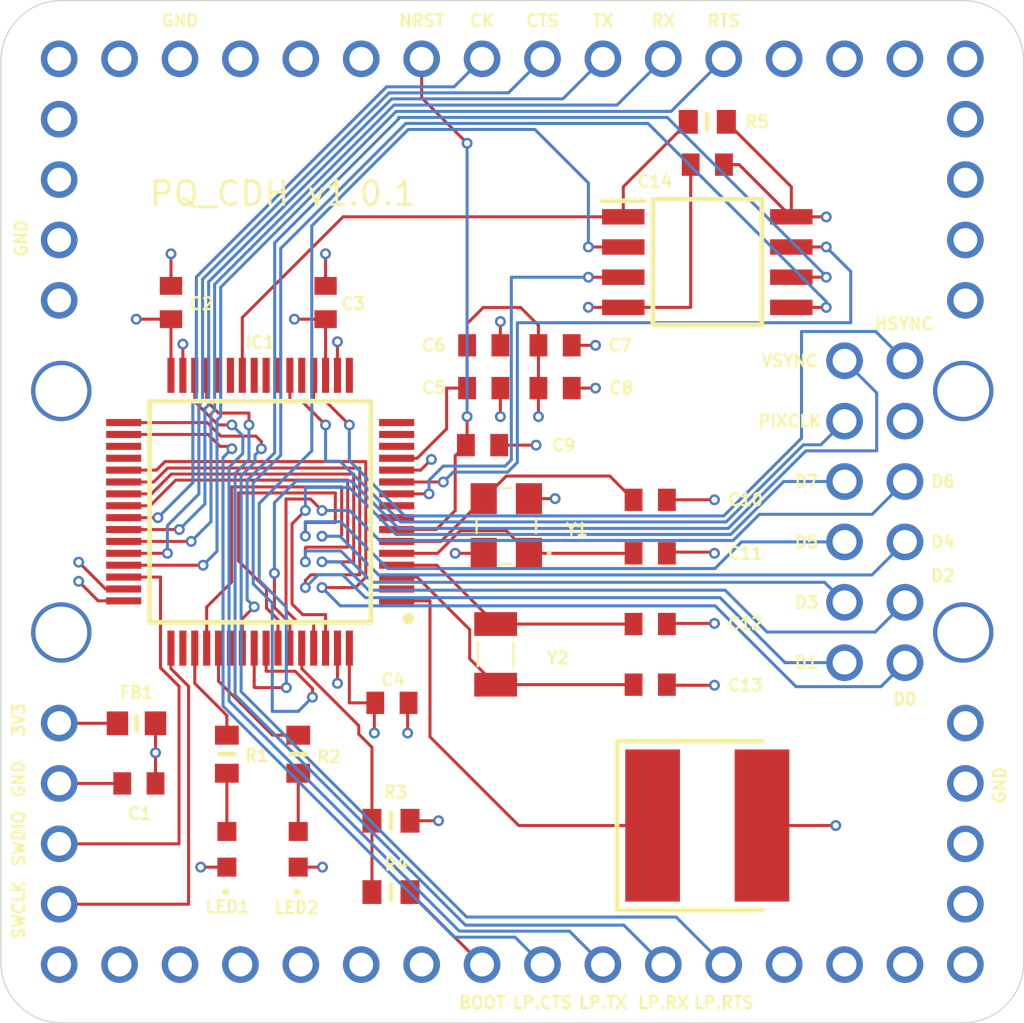
<source format=kicad_pcb>
(kicad_pcb (version 20211014) (generator pcbnew)
  (title_block (title "PQ CDH PCB Design") (rev "V1.0.1") (company "Carnegie Mellon University -- Alok Anand") (comment 1 "Pocketqube Command and Data Handling Board"))
  (layers (0 "F.Cu" signal) (1 "In1.Cu" power) (2 "In2.Cu" power) (31 "B.Cu" signal) (34 "B.Paste" user) (35 "F.Paste" user) (36 "B.SilkS" user "B.Silkscreen") (37 "F.SilkS" user "F.Silkscreen") (38 "B.Mask" user) (39 "F.Mask" user) (44 "Edge.Cuts" user))
  (net 0 "")
  (net 3 "GND")
  (net 5 "/SWCLK")
  (net 6 "/SWDIO")
  (net 7 "VDD")
  (net 11 "/USART1_RTS")
  (net 12 "/USART1_RX")
  (net 13 "/USART1_TX")
  (net 14 "/USART1_CTS")
  (net 15 "/USART1_CK")
  (net 16 "/NRST")
  (net 21 "/LPUART_RTS")
  (net 22 "/LPUART_RX")
  (net 23 "/LPUART_TX")
  (net 24 "/LPUART_CTS")
  (net 25 "/BOOT0")
  (net 33 "/SPI1_NSS")
  (net 34 "/SPI1_MISO")
  (net 35 "/IO1_WP")
  (net 36 "/SPI1_MOSI")
  (net 37 "/SPI1_SCK")
  (net 38 "/VDD_FILT")
  (net 39 "/LED1")
  (net 40 "/LED2")
  (net 41 "Net-(IC1-Pad60)")
  (net 42 "/VBAT")
  (net 44 "/IO2_HR")
  (net 47 "/DCMI_HSYNC")
  (net 49 "/DCMI_PIXCLK")
  (net 52 "Net-(LED1-Pad2)")
  (net 57 "/DCMI_D0")
  (net 58 "/DCMI_D1")
  (net 59 "/DCMI_D2")
  (net 60 "/DCMI_D3")
  (net 62 "/DCMI_D4")
  (net 64 "Net-(LED2-Pad2)")
  (net 65 "Net-(C13-Pad1)")
  (net 66 "Net-(C12-Pad1)")
  (net 67 "/DCMI_D5")
  (net 68 "/DCMI_VSYNC")
  (net 69 "/DCMI_D6")
  (net 70 "/DCMI_D7")
  (net 71 "Net-(C11-Pad1)")
  (net 72 "Net-(C10-Pad1)")
  (footprint "pq-cdh:TartanArtibeus_PinSocket_1x4" (layer "F.Cu") (at 135.95 120.7 180)
    (fp_text reference "J1" hide)
    (fp_text value "Conn_01x04")
  )
  (footprint "pq-cdh:RESC1608X55N" (layer "F.Cu") (at 163.2 91.6 180)
    (fp_text reference "R5")
    (fp_text value "MCT06030C1002FP500" hide)
  )
  (footprint "pq-cdh:TartanArtibeus_PinSocket_1x16" (layer "F.Cu") (at 155 88.95)
    (fp_text reference "J5" hide)
    (fp_text value "Conn_01x16")
  )
  (footprint "pq-cdh:CAPC1608X90N" (layer "F.Cu") (at 140.65 99.2 90)
    (fp_text reference "C2")
    (fp_text value "0603ZC104JAT2A" hide)
  )
  (footprint "pq-cdh:BEADC1608X95N" (layer "F.Cu") (at 139.2 116.9)
    (fp_text reference "FB1")
    (fp_text value "MMZ1608S601ATD25" hide)
  )
  (footprint "pq-cdh:TartanArtibeus_2021_MountingHoles" (layer "F.Cu") (at 155 108 180)
    (fp_text reference "J6" hide)
    (fp_text value "Conn_01x04")
  )
  (footprint "pq-cdh:CAPC1608X90N" (layer "F.Cu") (at 160.8 107.5)
    (fp_text reference "C10")
    (fp_text value "0603ZA220JAT2A" hide)
  )
  (footprint "pq-cdh:QFP50P1200X1200X160-64N" (layer "F.Cu") (at 144.4 108 180)
    (fp_text reference "IC1")
    (fp_text value "STM32L496RGT3" hide)
  )
  (footprint "pq-cdh:CAPC1608X90N" (layer "F.Cu") (at 160.8 109.75)
    (fp_text reference "C11")
    (fp_text value "0603ZA220JAT2A" hide)
  )
  (footprint "pq-cdh:PinSocket_6x2_TartanArtibeus" (layer "F.Cu") (at 170.24 108 180)
    (fp_text reference "J7" hide)
    (fp_text value "Conn_02x06_Odd_Even")
  )
  (footprint "pq-cdh:TartanArtibeus_PinSocket_1x4" (layer "F.Cu") (at 174.05 120.7 180)
    (fp_text reference "J8" hide)
    (fp_text value "Conn_01x04")
  )
  (footprint "pq-cdh:RESC1608X55N" (layer "F.Cu") (at 146 118.2 -90)
    (fp_text reference "R2")
    (fp_text value "MCT06030C1001FP500" hide)
  )
  (footprint "pq-cdh:CAPC1608X90N" (layer "F.Cu") (at 147.15 99.2 90)
    (fp_text reference "C3")
    (fp_text value "0603ZC104JAT2A" hide)
  )
  (footprint "pq-cdh:ABS07AIG32768kHz71T" (layer "F.Cu") (at 154.3 114 90)
    (fp_text reference "Y2")
    (fp_text value "ABS07AIG-32.768kHz-T" hide)
  )
  (footprint "pq-cdh:TartanArtibeus_PinSocket_1x4" (layer "F.Cu") (at 135.95 95.3 180)
    (fp_text reference "J4" hide)
    (fp_text value "Conn_01x04")
  )
  (footprint "pq-cdh:CAPC1608X90N" (layer "F.Cu") (at 160.8 112.725)
    (fp_text reference "C12")
    (fp_text value "0603ZA220JAT2A" hide)
  )
  (footprint "pq-cdh:TartanArtibeus_PinSocket_1x16" (layer "F.Cu") (at 155 127.05)
    (fp_text reference "J2" hide)
    (fp_text value "Conn_01x16")
  )
  (footprint "pq-cdh:LGQ396PS35" (layer "F.Cu") (at 143 122.2 90)
    (fp_text reference "LED1")
    (fp_text value "LG_Q396-PS-35" hide)
  )
  (footprint "pq-cdh:RESC1608X55N" (layer "F.Cu") (at 149.9 121)
    (fp_text reference "R3")
    (fp_text value "MCT06030C1002FP500" hide)
  )
  (footprint "pq-cdh:CAPC1608X50N" (layer "F.Cu") (at 156.8 102.8)
    (fp_text reference "C8")
    (fp_text value "GRM1857U1A103JA44D" hide)
  )
  (footprint "pq-cdh:CAPC1608X90N" (layer "F.Cu") (at 153.8 102.8)
    (fp_text reference "C5")
    (fp_text value "0603ZA220JAT2A" hide)
  )
  (footprint "pq-cdh:SOIC127P790X216-8N" (layer "F.Cu") (at 163.2 97.5)
    (fp_text reference "IC2")
    (fp_text value "IS25LP128F-JBLA3" hide)
  )
  (footprint "pq-cdh:ABM8AIG25000MHZ122ZT3" (layer "F.Cu") (at 154.75 108.6 90)
    (fp_text reference "Y1")
    (fp_text value "ABM8AIG-16.000MHZ-12-2Z-T" hide)
  )
  (footprint "pq-cdh:CAPC1608X90N" (layer "F.Cu") (at 156.8 101)
    (fp_text reference "C7")
    (fp_text value "0603ZA220JAT2A" hide)
  )
  (footprint "pq-cdh:CAPC1608X90N" (layer "F.Cu") (at 139.3 119.43 180)
    (fp_text reference "C1")
    (fp_text value "GRM188C71A475KE21D" hide)
  )
  (footprint "pq-cdh:CAPC1608X90N" (layer "F.Cu") (at 153.8 101)
    (fp_text reference "C6")
    (fp_text value "0603ZA220JAT2A" hide)
  )
  (footprint "pq-cdh:TartanArtibeus_PinSocket_1x4" (layer "F.Cu") (at 174.05 95.3)
    (fp_text reference "J3" hide)
    (fp_text value "Conn_01x04")
  )
  (footprint "pq-cdh:RESC1608X55N" (layer "F.Cu") (at 143 118.2 -90)
    (fp_text reference "R1")
    (fp_text value "MCT06030C1001FP500" hide)
  )
  (footprint "pq-cdh:RESC1608X55N" (layer "F.Cu") (at 149.9 124 180)
    (fp_text reference "R4")
    (fp_text value "MCT06030C1001FP500" hide)
  )
  (footprint "pq-cdh:CAPC1608X90N" (layer "F.Cu") (at 160.8 115.275)
    (fp_text reference "C13")
    (fp_text value "0603ZA220JAT2A" hide)
  )
  (footprint "pq-cdh:CAPC1608X90N" (layer "F.Cu") (at 149.94 116.04)
    (fp_text reference "C4")
    (fp_text value "0603ZC104JAT2A" hide)
  )
  (footprint "pq-cdh:CAPC1608X90N" (layer "F.Cu") (at 153.75 105.2)
    (fp_text reference "C9")
    (fp_text value "0603ZA220JAT2A" hide)
  )
  (footprint "pq-cdh:LGQ396PS35" (layer "F.Cu") (at 146 122.2 90)
    (fp_text reference "LED2")
    (fp_text value "LG_Q396-PS-35" hide)
  )
  (footprint "pq-cdh:CAPC1608X90N" (layer "F.Cu") (at 163.2 93.4 180)
    (fp_text reference "C14")
    (fp_text value "0603ZA220JAT2A" hide)
  )
  (footprint "pq-cdh:CAPPC5660X400N" (layer "F.Cu") (at 163.2 121.2)
    (fp_text reference "C15")
    (fp_text value "597D158X9004R2T" hide)
  )
  (gr_line (start 136.04 129.5) (end 173.96 129.5) (layer "Edge.Cuts") (width 0.05))
  (gr_line (start 136.04 86.5) (end 173.96 86.5) (layer "Edge.Cuts") (width 0.05))
  (gr_arc (start 136.04 129.5) (mid 134.243949 128.756051) (end 133.5 126.96) (layer "Edge.Cuts") (width 0.05))
  (gr_arc (start 133.5 89.04) (mid 134.243949 87.243949) (end 136.04 86.5) (layer "Edge.Cuts") (width 0.05))
  (gr_arc (start 176.5 126.96) (mid 175.756051 128.756051) (end 173.96 129.5) (layer "Edge.Cuts") (width 0.05))
  (gr_arc (start 173.96 86.5) (mid 175.756051 87.243949) (end 176.5 89.04) (layer "Edge.Cuts") (width 0.05))
  (gr_line (start 176.5 89.04) (end 176.5 126.96) (layer "Edge.Cuts") (width 0.05))
  (gr_line (start 133.5 126.96) (end 133.5 89.04) (layer "Edge.Cuts") (width 0.05))
  (gr_text "BOOT" (at 153.73 128.65) (layer "F.SilkS") (effects (font (size 0.5 0.5) (thickness 0.1))))
  (gr_text "PIXCLK" (at 166.67 104.19) (layer "F.SilkS") (effects (font (size 0.5 0.5) (thickness 0.1))))
  (gr_text "GND" (at 141.03 87.35) (layer "F.SilkS") (effects (font (size 0.5 0.5) (thickness 0.1))))
  (gr_text "LED1" (at 143.03 124.62) (layer "F.SilkS") (effects (font (size 0.5 0.5) (thickness 0.1))))
  (gr_text "D0" (at 171.5 115.89) (layer "F.SilkS") (effects (font (size 0.5 0.5) (thickness 0.1173))))
  (gr_text "D1" (at 167.37 114.35) (layer "F.SilkS") (effects (font (size 0.5 0.5) (thickness 0.1))))
  (gr_text "3V3" (at 134.25 116.75 90) (layer "F.SilkS") (effects (font (size 0.5 0.5) (thickness 0.1))))
  (gr_text "Y2" (at 156.91 114.15) (layer "F.SilkS") (effects (font (size 0.5 0.5) (thickness 0.1))))
  (gr_text "R5" (at 165.3 91.6) (layer "F.SilkS") (effects (font (size 0.5 0.5) (thickness 0.1))))
  (gr_text "LP.TX" (at 158.81 128.65) (layer "F.SilkS") (effects (font (size 0.5 0.5) (thickness 0.1))))
  (gr_text "GND" (at 134.25 119.25 90) (layer "F.SilkS") (effects (font (size 0.5 0.5) (thickness 0.1))))
  (gr_text "RTS" (at 163.89 87.35) (layer "F.SilkS") (effects (font (size 0.5 0.5) (thickness 0.1))))
  (gr_text "LP.RX" (at 161.35 128.65) (layer "F.SilkS") (effects (font (size 0.5 0.5) (thickness 0.1))))
  (gr_text "FB1" (at 139.2 115.6) (layer "F.SilkS") (effects (font (size 0.5 0.5) (thickness 0.1))))
  (gr_text "C1" (at 139.34 120.7) (layer "F.SilkS") (effects (font (size 0.5 0.5) (thickness 0.1))))
  (gr_text "C6" (at 151.7 101) (layer "F.SilkS") (effects (font (size 0.5 0.5) (thickness 0.1))))
  (gr_text "LP.CTS" (at 156.27 128.65) (layer "F.SilkS") (effects (font (size 0.5 0.5) (thickness 0.1))))
  (gr_text "R2" (at 147.29 118.31) (layer "F.SilkS") (effects (font (size 0.5 0.5) (thickness 0.1))))
  (gr_text "LP.RTS" (at 163.89 128.65) (layer "F.SilkS") (effects (font (size 0.5 0.5) (thickness 0.1))))
  (gr_text "R4\n" (at 150.12 122.84) (layer "F.SilkS") (effects (font (size 0.5 0.5) (thickness 0.1))))
  (gr_text "R1" (at 144.25 118.26) (layer "F.SilkS") (effects (font (size 0.5 0.5) (thickness 0.1))))
  (gr_text "C5" (at 151.7 102.79) (layer "F.SilkS") (effects (font (size 0.5 0.5) (thickness 0.1))))
  (gr_text "D4" (at 173.11 109.27) (layer "F.SilkS") (effects (font (size 0.5 0.5) (thickness 0.1))))
  (gr_text "D7" (at 167.37 106.73) (layer "F.SilkS") (effects (font (size 0.5 0.5) (thickness 0.1))))
  (gr_text "IC1" (at 144.4 100.87) (layer "F.SilkS") (effects (font (size 0.5 0.5) (thickness 0.1))))
  (gr_text "PQ_CDH v1.0.1" (at 145.36 94.62) (layer "F.SilkS") (effects (font (size 1 1))))
  (gr_text "HSYNC" (at 171.47 100.1) (layer "F.SilkS") (effects (font (size 0.5 0.5) (thickness 0.1))))
  (gr_text "CK" (at 153.73 87.35) (layer "F.SilkS") (effects (font (size 0.5 0.5) (thickness 0.1))))
  (gr_text "D5" (at 167.37 109.27) (layer "F.SilkS") (effects (font (size 0.5 0.5) (thickness 0.1))))
  (gr_text "C3" (at 148.31 99.25) (layer "F.SilkS") (effects (font (size 0.5 0.5) (thickness 0.1))))
  (gr_text "NRST" (at 151.19 87.35) (layer "F.SilkS") (effects (font (size 0.5 0.5) (thickness 0.1))))
  (gr_text "C13" (at 164.8 115.3) (layer "F.SilkS") (effects (font (size 0.5 0.5) (thickness 0.1))))
  (gr_text "C11" (at 164.8 109.75) (layer "F.SilkS") (effects (font (size 0.5 0.5) (thickness 0.1))))
  (gr_text "D2\n\n" (at 173.1 111.1) (layer "F.SilkS") (effects (font (size 0.5 0.5) (thickness 0.1))))
  (gr_text "CTS" (at 156.27 87.35) (layer "F.SilkS") (effects (font (size 0.5 0.5) (thickness 0.1))))
  (gr_text "TX" (at 158.81 87.35) (layer "F.SilkS") (effects (font (size 0.5 0.5) (thickness 0.1))))
  (gr_text "SWDIO" (at 134.25 121.75 90) (layer "F.SilkS") (effects (font (size 0.5 0.5) (thickness 0.1))))
  (gr_text "SWCLK" (at 134.25 124.75 90) (layer "F.SilkS") (effects (font (size 0.5 0.5) (thickness 0.1))))
  (gr_text "D6" (at 173.11 106.73) (layer "F.SilkS") (effects (font (size 0.5 0.5) (thickness 0.1))))
  (gr_text "C7" (at 159.54 101) (layer "F.SilkS") (effects (font (size 0.5 0.5) (thickness 0.1))))
  (gr_text "GND" (at 175.5 119.5 90) (layer "F.SilkS") (effects (font (size 0.5 0.5) (thickness 0.1))))
  (gr_text "GND" (at 134.35 96.5 90) (layer "F.SilkS") (effects (font (size 0.5 0.5) (thickness 0.1))))
  (gr_text "C8" (at 159.58 102.8) (layer "F.SilkS") (effects (font (size 0.5 0.5) (thickness 0.1))))
  (gr_text "R3" (at 150.09 119.8) (layer "F.SilkS") (effects (font (size 0.5 0.5) (thickness 0.1))))
  (gr_text "C2" (at 141.94 99.25) (layer "F.SilkS") (effects (font (size 0.5 0.5) (thickness 0.1))))
  (gr_text "C10" (at 164.81 107.5) (layer "F.SilkS") (effects (font (size 0.5 0.5) (thickness 0.1))))
  (gr_text "LED2" (at 145.93 124.66) (layer "F.SilkS") (effects (font (size 0.5 0.5) (thickness 0.1))))
  (gr_text "D3" (at 167.37 111.81) (layer "F.SilkS") (effects (font (size 0.5 0.5) (thickness 0.1))))
  (gr_text "C14" (at 161 94.1) (layer "F.SilkS") (effects (font (size 0.5 0.5) (thickness 0.1))))
  (gr_text "C4" (at 149.99 115.08) (layer "F.SilkS") (effects (font (size 0.5 0.5) (thickness 0.1))))
  (gr_text "VSYNC" (at 166.67 101.65) (layer "F.SilkS") (effects (font (size 0.5 0.5) (thickness 0.1))))
  (gr_text "Y1" (at 157.72 108.75) (layer "F.SilkS") (effects (font (size 0.5 0.5) (thickness 0.1))))
  (gr_text "C12" (at 164.8 112.7) (layer "F.SilkS") (effects (font (size 0.5 0.5) (thickness 0.1))))
  (gr_text "RX" (at 161.35 87.35) (layer "F.SilkS") (effects (font (size 0.5 0.5) (thickness 0.1))))
  (gr_text "C9" (at 157.16 105.2) (layer "F.SilkS") (effects (font (size 0.5 0.5) (thickness 0.1))))
  (segment (start 161.5 109.7) (end 163.5 109.7) (width 0.127) (layer "F.Cu") (net 3))
  (segment (start 147.65 113.738) (end 147.65 115.22) (width 0.127) (layer "F.Cu") (net 3))
  (segment (start 158.205 99.405) (end 159.668 99.405) (width 0.127) (layer "F.Cu") (net 3))
  (segment (start 141.9 122.95) (end 143 122.95) (width 0.127) (layer "F.Cu") (net 3))
  (segment (start 151.15 106.25) (end 151.6 105.8) (width 0.127) (layer "F.Cu") (net 3))
  (segment (start 162.495 99.405) (end 159.668 99.405) (width 0.127) (layer "F.Cu") (net 3))
  (segment (start 150.7 121) (end 151.9 121) (width 0.127) (layer "F.Cu") (net 3))
  (segment (start 161.5 112.7) (end 163.5 112.7) (width 0.127) (layer "F.Cu") (net 3))
  (segment (start 161.5 107.5) (end 163.5 107.5) (width 0.127) (layer "F.Cu") (net 3))
  (segment (start 162.5 99.4) (end 162.495 99.405) (width 0.127) (layer "F.Cu") (net 3))
  (segment (start 141.15 100.95) (end 141.15 102.262) (width 0.127) (layer "F.Cu") (net 3))
  (segment (start 138.6 119.43) (end 135.95 119.43) (width 0.127) (layer "F.Cu") (net 3))
  (segment (start 162.5 93.4) (end 162.5 99.4) (width 0.127) (layer "F.Cu") (net 3))
  (segment (start 165.5 121.2) (end 168.6 121.2) (width 0.127) (layer "F.Cu") (net 3))
  (segment (start 146 122.95) (end 147.02 122.95) (width 0.127) (layer "F.Cu") (net 3))
  (segment (start 138.662 111.25) (end 137.9 111.25) (width 0.127) (layer "F.Cu") (net 3))
  (segment (start 154.5 101) (end 154.5 100) (width 0.127) (layer "F.Cu") (net 3))
  (segment (start 154.45 105.2) (end 156 105.2) (width 0.127) (layer "F.Cu") (net 3))
  (segment (start 140.65 97.15) (end 140.65 98.5) (width 0.127) (layer "F.Cu") (net 3))
  (segment (start 161.5 115.3) (end 163.5 115.3) (width 0.127) (layer "F.Cu") (net 3))
  (segment (start 155.7 107.45) (end 156.8 107.45) (width 0.127) (layer "F.Cu") (net 3))
  (segment (start 147.65 100.85) (end 147.65 102.262) (width 0.127) (layer "F.Cu") (net 3))
  (segment (start 153.8 109.75) (end 152.6 109.75) (width 0.127) (layer "F.Cu") (net 3))
  (segment (start 150.64 116.04) (end 150.6 116.08) (width 0.127) (layer "F.Cu") (net 3))
  (segment (start 158.5 102.8) (end 157.5 102.8) (width 0.127) (layer "F.Cu") (net 3))
  (segment (start 137.9 111.25) (end 136.77 110.12) (width 0.127) (layer "F.Cu") (net 3))
  (segment (start 150.138 106.25) (end 151.15 106.25) (width 0.127) (layer "F.Cu") (net 3))
  (segment (start 154.5 102.8) (end 154.5 104) (width 0.127) (layer "F.Cu") (net 3))
  (segment (start 150.6 116.08) (end 150.6 117.31) (width 0.127) (layer "F.Cu") (net 3))
  (segment (start 157.5 101) (end 158.5 101) (width 0.127) (layer "F.Cu") (net 3))
  (segment (start 147.15 98.5) (end 147.15 97.15) (width 0.127) (layer "F.Cu") (net 3))
  (segment (start 158.2 99.4) (end 158.205 99.405) (width 0.127) (layer "F.Cu") (net 3))
  (via (at 158.2 99.4) (size 0.4572) (drill 0.254) (layers "F.Cu" "B.Cu") (net 3))
  (via (at 158.5 102.8) (size 0.4572) (drill 0.254) (layers "F.Cu" "B.Cu") (net 3))
  (via (at 147.65 100.85) (size 0.4572) (drill 0.254) (layers "F.Cu" "B.Cu") (net 3))
  (via (at 151.6 105.8) (size 0.4572) (drill 0.254) (layers "F.Cu" "B.Cu") (net 3))
  (via (at 147.15 97.15) (size 0.4572) (drill 0.254) (layers "F.Cu" "B.Cu") (net 3))
  (via (at 136.77 110.12) (size 0.4572) (drill 0.254) (layers "F.Cu" "B.Cu") (net 3))
  (via (at 154.5 104) (size 0.4572) (drill 0.254) (layers "F.Cu" "B.Cu") (net 3))
  (via (at 163.5 115.3) (size 0.4572) (drill 0.254) (layers "F.Cu" "B.Cu") (net 3))
  (via (at 152.6 109.75) (size 0.4572) (drill 0.254) (layers "F.Cu" "B.Cu") (net 3))
  (via (at 168.6 121.2) (size 0.4572) (drill 0.254) (layers "F.Cu" "B.Cu") (net 3))
  (via (at 156.8 107.45) (size 0.4572) (drill 0.254) (layers "F.Cu" "B.Cu") (net 3))
  (via (at 163.5 107.5) (size 0.4572) (drill 0.254) (layers "F.Cu" "B.Cu") (net 3))
  (via (at 141.15 100.95) (size 0.4572) (drill 0.254) (layers "F.Cu" "B.Cu") (net 3))
  (via (at 147.65 115.22) (size 0.4572) (drill 0.254) (layers "F.Cu" "B.Cu") (net 3))
  (via (at 163.5 109.75) (size 0.4572) (drill 0.254) (layers "F.Cu" "B.Cu") (net 3))
  (via (at 156 105.2) (size 0.4572) (drill 0.254) (layers "F.Cu" "B.Cu") (net 3))
  (via (at 147.02 122.95) (size 0.4572) (drill 0.254) (layers "F.Cu" "B.Cu") (net 3))
  (via (at 158.5 101) (size 0.4572) (drill 0.254) (layers "F.Cu" "B.Cu") (net 3))
  (via (at 151.9 121) (size 0.4572) (drill 0.254) (layers "F.Cu" "B.Cu") (net 3))
  (via (at 150.6 117.31) (size 0.4572) (drill 0.254) (layers "F.Cu" "B.Cu") (net 3))
  (via (at 141.9 122.95) (size 0.4572) (drill 0.254) (layers "F.Cu" "B.Cu") (net 3))
  (via (at 154.5 100) (size 0.4572) (drill 0.254) (layers "F.Cu" "B.Cu") (net 3))
  (via (at 163.5 112.7) (size 0.4572) (drill 0.254) (layers "F.Cu" "B.Cu") (net 3))
  (via (at 140.65 97.15) (size 0.4572) (drill 0.254) (layers "F.Cu" "B.Cu") (net 3))
  (segment (start 141.39 115.3425) (end 141.39 124.51) (width 0.127) (layer "F.Cu") (net 5))
  (segment (start 141.39 124.51) (end 135.95 124.51) (width 0.127) (layer "F.Cu") (net 5))
  (segment (start 140.65 113.738) (end 140.65 114.6025) (width 0.127) (layer "F.Cu") (net 5))
  (segment (start 140.65 114.6025) (end 141.39 115.3425) (width 0.127) (layer "F.Cu") (net 5))
  (segment (start 140.21 114.565522) (end 140.21 110.75) (width 0.127) (layer "F.Cu") (net 6))
  (segment (start 140.21 110.75) (end 138.662 110.75) (width 0.127) (layer "F.Cu") (net 6))
  (segment (start 135.95 121.97) (end 140.99 121.97) (width 0.127) (layer "F.Cu") (net 6))
  (segment (start 140.99 115.345522) (end 140.21 114.565522) (width 0.127) (layer "F.Cu") (net 6))
  (segment (start 140.99 121.97) (end 140.99 115.345522) (width 0.127) (layer "F.Cu") (net 6))
  (segment (start 135.96 116.9) (end 135.95 116.89) (width 0.127) (layer "F.Cu") (net 7))
  (segment (start 138.4 116.9) (end 135.96 116.9) (width 0.127) (layer "F.Cu") (net 7))
  (segment (start 138.662 110.25) (end 142 110.25) (width 0.127) (layer "F.Cu") (net 11))
  (via (at 142 110.25) (size 0.4572) (drill 0.254) (layers "F.Cu" "B.Cu") (net 11))
  (segment (start 163.89 88.95) (end 161.68 91.16) (width 0.127) (layer "B.Cu") (net 11))
  (segment (start 149.639605 91.639605) (end 150.11921 91.16) (width 0.127) (layer "B.Cu") (net 11))
  (segment (start 142.739772 103.990228) (end 142.585141 104.144859) (width 0.127) (layer "B.Cu") (net 11))
  (segment (start 149.639605 91.639605) (end 142.739772 98.559772) (width 0.127) (layer "B.Cu") (net 11))
  (segment (start 142.585141 109.664859) (end 142 110.25) (width 0.127) (layer "B.Cu") (net 11))
  (segment (start 150.11921 91.16) (end 161.68 91.16) (width 0.127) (layer "B.Cu") (net 11))
  (segment (start 142.739772 98.559772) (end 142.739772 103.990228) (width 0.127) (layer "B.Cu") (net 11))
  (segment (start 142.585141 104.144859) (end 142.585141 109.664859) (width 0.127) (layer "B.Cu") (net 11))
  (segment (start 138.662 109.25) (end 141.5 109.25) (width 0.127) (layer "F.Cu") (net 12))
  (via (at 141.5 109.25) (size 0.4572) (drill 0.254) (layers "F.Cu" "B.Cu") (net 12))
  (segment (start 142.331621 103.884631) (end 142.486199 103.730053) (width 0.127) (layer "B.Cu") (net 12))
  (segment (start 141.5 109.25) (end 142.331621 108.418379) (width 0.127) (layer "B.Cu") (net 12))
  (segment (start 161.35 88.95) (end 159.405 90.895) (width 0.127) (layer "B.Cu") (net 12))
  (segment (start 142.331621 108.418379) (end 142.331621 103.884631) (width 0.127) (layer "B.Cu") (net 12))
  (segment (start 149.593616 91.326889) (end 150.025505 90.895) (width 0.127) (layer "B.Cu") (net 12))
  (segment (start 150.025505 90.895) (end 159.405 90.895) (width 0.127) (layer "B.Cu") (net 12))
  (segment (start 142.486199 103.730053) (end 142.486199 98.434307) (width 0.127) (layer "B.Cu") (net 12))
  (segment (start 142.486199 98.434307) (end 149.593616 91.32689) (width 0.127) (layer "B.Cu") (net 12))
  (segment (start 138.662 108.75) (end 141 108.75) (width 0.127) (layer "F.Cu") (net 13))
  (via (at 141 108.75) (size 0.4572) (drill 0.254) (layers "F.Cu" "B.Cu") (net 13))
  (segment (start 142.077121 104.857121) (end 142.077121 107.672879) (width 0.127) (layer "B.Cu") (net 13))
  (segment (start 142.076631 103.666048) (end 142.076631 104.856631) (width 0.127) (layer "B.Cu") (net 13))
  (segment (start 157.126543 90.633457) (end 149.927825 90.633457) (width 0.127) (layer "B.Cu") (net 13))
  (segment (start 142.410641 98.150641) (end 142.232679 98.328603) (width 0.127) (layer "B.Cu") (net 13))
  (segment (start 158.81 88.95) (end 157.126543 90.633457) (width 0.127) (layer "B.Cu") (net 13))
  (segment (start 142.076631 104.856631) (end 142.077121 104.857121) (width 0.127) (layer "B.Cu") (net 13))
  (segment (start 142.232679 103.51) (end 142.076631 103.666048) (width 0.127) (layer "B.Cu") (net 13))
  (segment (start 142.077121 107.672879) (end 141 108.75) (width 0.127) (layer "B.Cu") (net 13))
  (segment (start 142.232679 98.328603) (end 142.232679 103.51) (width 0.127) (layer "B.Cu") (net 13))
  (segment (start 149.927825 90.633457) (end 142.410641 98.150641) (width 0.127) (layer "B.Cu") (net 13))
  (segment (start 138.662 109.75) (end 140.5 109.75) (width 0.127) (layer "F.Cu") (net 14))
  (via (at 140.5 109.75) (size 0.4572) (drill 0.254) (layers "F.Cu" "B.Cu") (net 14))
  (segment (start 141.823111 107.256889) (end 140.5 108.58) (width 0.127) (layer "B.Cu") (net 14))
  (segment (start 141.979159 98.222899) (end 141.979159 103.37) (width 0.127) (layer "B.Cu") (net 14))
  (segment (start 149.383187 90.818871) (end 141.979159 98.222899) (width 0.127) (layer "B.Cu") (net 14))
  (segment (start 154.840063 90.379937) (end 149.822813 90.379937) (width 0.127) (layer "B.Cu") (net 14))
  (segment (start 141.83227 103.516889) (end 141.823111 103.516889) (width 0.127) (layer "B.Cu") (net 14))
  (segment (start 141.823111 103.516889) (end 141.823111 107.256889) (width 0.127) (layer "B.Cu") (net 14))
  (segment (start 155.09 90.13) (end 154.840063 90.379937) (width 0.127) (layer "B.Cu") (net 14))
  (segment (start 156.27 88.95) (end 155.09 90.13) (width 0.127) (layer "B.Cu") (net 14))
  (segment (start 149.822813 90.379937) (end 149.234881 90.96787) (width 0.127) (layer "B.Cu") (net 14))
  (segment (start 140.5 108.58) (end 140.5 109.75) (width 0.127) (layer "B.Cu") (net 14))
  (segment (start 141.979159 103.37) (end 141.83227 103.516889) (width 0.127) (layer "B.Cu") (net 14))
  (segment (start 138.662 108.25) (end 140.1 108.25) (width 0.127) (layer "F.Cu") (net 15))
  (via (at 140.1 108.25) (size 0.4572) (drill 0.254) (layers "F.Cu" "B.Cu") (net 15))
  (segment (start 141.569101 106.780899) (end 140.1 108.25) (width 0.127) (layer "B.Cu") (net 15))
  (segment (start 152.553583 90.126417) (end 149.716417 90.126417) (width 0.127) (layer "B.Cu") (net 15))
  (segment (start 141.7181 103.263369) (end 141.569101 103.412368) (width 0.127) (layer "B.Cu") (net 15))
  (segment (start 141.7181 98.124734) (end 141.7181 103.263369) (width 0.127) (layer "B.Cu") (net 15))
  (segment (start 141.569101 103.412368) (end 141.569101 106.780899) (width 0.127) (layer "B.Cu") (net 15))
  (segment (start 153.73 88.95) (end 152.553583 90.126417) (width 0.127) (layer "B.Cu") (net 15))
  (segment (start 149.716417 90.126417) (end 141.756417 98.086417) (width 0.127) (layer "B.Cu") (net 15))
  (segment (start 153.1 105.15) (end 153.05 105.2) (width 0.127) (layer "F.Cu") (net 16))
  (segment (start 150.138 108.75) (end 151.8 108.75) (width 0.127) (layer "F.Cu") (net 16))
  (segment (start 151.19 90.59) (end 153.1 92.5) (width 0.127) (layer "F.Cu") (net 16))
  (segment (start 151.19 88.95) (end 151.19 90.59) (width 0.127) (layer "F.Cu") (net 16))
  (segment (start 152.6 105.65) (end 153.05 105.2) (width 0.127) (layer "F.Cu") (net 16))
  (segment (start 152.6 107.95) (end 152.6 105.65) (width 0.127) (layer "F.Cu") (net 16))
  (segment (start 151.8 108.75) (end 152.6 107.95) (width 0.127) (layer "F.Cu") (net 16))
  (segment (start 153.1 104) (end 153.1 105.15) (width 0.127) (layer "F.Cu") (net 16))
  (via (at 153.1 92.5) (size 0.4572) (drill 0.254) (layers "F.Cu" "B.Cu") (net 16))
  (via (at 153.1 104) (size 0.4572) (drill 0.254) (layers "F.Cu" "B.Cu") (net 16))
  (segment (start 153.1 92.5) (end 153.1 104) (width 0.127) (layer "B.Cu") (net 16))
  (segment (start 144.45 105.05) (end 144.22 104.82) (width 0.127) (layer "F.Cu") (net 21))
  (segment (start 142.171468 104.25) (end 138.662 104.25) (width 0.127) (layer "F.Cu") (net 21))
  (segment (start 142.741468 104.82) (end 142.171468 104.25) (width 0.127) (layer "F.Cu") (net 21))
  (segment (start 144.22 104.82) (end 142.741468 104.82) (width 0.127) (layer "F.Cu") (net 21))
  (segment (start 144.45 105.35) (end 144.45 105.05) (width 0.127) (layer "F.Cu") (net 21))
  (via (at 144.45 105.35) (size 0.4572) (drill 0.254) (layers "F.Cu" "B.Cu") (net 21))
  (segment (start 153.08 125.05) (end 143.599221 115.569221) (width 0.127) (layer "B.Cu") (net 21))
  (segment (start 144.18352 105.910713) (end 144.18352 105.61648) (width 0.127) (layer "B.Cu") (net 21))
  (segment (start 161.89 125.05) (end 153.08 125.05) (width 0.127) (layer "B.Cu") (net 21))
  (segment (start 143.599221 115.569221) (end 143.599221 106.495012) (width 0.127) (layer "B.Cu") (net 21))
  (segment (start 163.89 127.05) (end 161.89 125.05) (width 0.127) (layer "B.Cu") (net 21))
  (segment (start 144.18352 105.61648) (end 144.45 105.35) (width 0.127) (layer "B.Cu") (net 21))
  (segment (start 143.599221 106.495012) (end 144.18352 105.910713) (width 0.127) (layer "B.Cu") (net 21))
  (segment (start 142.65 103.85) (end 143.93 103.85) (width 0.127) (layer "F.Cu") (net 22))
  (segment (start 142.15 102.262) (end 142.15 103.35) (width 0.127) (layer "F.Cu") (net 22))
  (segment (start 142.15 103.35) (end 142.65 103.85) (width 0.127) (layer "F.Cu") (net 22))
  (segment (start 143.93 103.85) (end 143.93 104.35) (width 0.127) (layer "F.Cu") (net 22))
  (via (at 143.93 104.35) (size 0.4572) (drill 0.254) (layers "F.Cu" "B.Cu") (net 22))
  (segment (start 143.93 105.805701) (end 143.345701 106.39) (width 0.127) (layer "B.Cu") (net 22))
  (segment (start 143.345701 115.705701) (end 153.03 125.39) (width 0.127) (layer "B.Cu") (net 22))
  (segment (start 153.03 125.39) (end 159.69 125.39) (width 0.127) (layer "B.Cu") (net 22))
  (segment (start 143.93 104.35) (end 143.93 105.805701) (width 0.127) (layer "B.Cu") (net 22))
  (segment (start 159.69 125.39) (end 161.35 127.05) (width 0.127) (layer "B.Cu") (net 22))
  (segment (start 143.345701 106.39) (end 143.345701 115.705701) (width 0.127) (layer "B.Cu") (net 22))
  (segment (start 141.65 103.37) (end 142.63 104.35) (width 0.127) (layer "F.Cu") (net 23))
  (segment (start 142.63 104.35) (end 143.21 104.35) (width 0.127) (layer "F.Cu") (net 23))
  (segment (start 141.65 102.262) (end 141.65 103.37) (width 0.127) (layer "F.Cu") (net 23))
  (via (at 143.21 104.35) (size 0.4572) (drill 0.254) (layers "F.Cu" "B.Cu") (net 23))
  (segment (start 143.092181 106.13) (end 143.092181 115.962181) (width 0.127) (layer "B.Cu") (net 23))
  (segment (start 143.092181 115.962181) (end 152.77352 125.64352) (width 0.127) (layer "B.Cu") (net 23))
  (segment (start 143.21 104.35) (end 143.67 104.81) (width 0.127) (layer "B.Cu") (net 23))
  (segment (start 157.40352 125.64352) (end 158.81 127.05) (width 0.127) (layer "B.Cu") (net 23))
  (segment (start 152.77352 125.64352) (end 157.40352 125.64352) (width 0.127) (layer "B.Cu") (net 23))
  (segment (start 143.67 104.81) (end 143.67 105.552181) (width 0.127) (layer "B.Cu") (net 23))
  (segment (start 143.67 105.552181) (end 143.092181 106.13) (width 0.127) (layer "B.Cu") (net 23))
  (segment (start 138.662 104.75) (end 142.21 104.75) (width 0.127) (layer "F.Cu") (net 24))
  (segment (start 143.11 105.25) (end 143.21 105.35) (width 0.127) (layer "F.Cu") (net 24))
  (segment (start 142.71 105.25) (end 143.11 105.25) (width 0.127) (layer "F.Cu") (net 24))
  (segment (start 142.21 104.75) (end 142.71 105.25) (width 0.127) (layer "F.Cu") (net 24))
  (via (at 143.21 105.35) (size 0.4572) (drill 0.254) (layers "F.Cu" "B.Cu") (net 24))
  (segment (start 142.838661 116.178661) (end 142.838661 105.721339) (width 0.127) (layer "B.Cu") (net 24))
  (segment (start 152.55704 125.89704) (end 142.838661 116.178661) (width 0.127) (layer "B.Cu") (net 24))
  (segment (start 155.11704 125.89704) (end 152.55704 125.89704) (width 0.127) (layer "B.Cu") (net 24))
  (segment (start 156.27 127.05) (end 155.11704 125.89704) (width 0.127) (layer "B.Cu") (net 24))
  (segment (start 142.838661 105.721339) (end 143.21 105.35) (width 0.127) (layer "B.Cu") (net 24))
  (segment (start 150.7 124) (end 150.7 124.02) (width 0.127) (layer "F.Cu") (net 25))
  (segment (start 150.7 124.02) (end 153.73 127.05) (width 0.127) (layer "F.Cu") (net 25))
  (segment (start 143.65 99.83) (end 147.885 95.595) (width 0.127) (layer "F.Cu") (net 33))
  (segment (start 162.4 91.6) (end 159.668 94.332) (width 0.127) (layer "F.Cu") (net 33))
  (segment (start 159.668 95.595) (end 150.195 95.595) (width 0.127) (layer "F.Cu") (net 33))
  (segment (start 159.668 94.332) (end 159.668 95.595) (width 0.127) (layer "F.Cu") (net 33))
  (segment (start 143.65 102.262) (end 143.65 99.83) (width 0.127) (layer "F.Cu") (net 33))
  (segment (start 147.885 95.595) (end 150.195 95.595) (width 0.127) (layer "F.Cu") (net 33))
  (segment (start 145.5 115.4) (end 144.17 115.4) (width 0.127) (layer "F.Cu") (net 34))
  (segment (start 144.17 115.4) (end 144.15 115.38) (width 0.127) (layer "F.Cu") (net 34))
  (segment (start 144.15 113.738) (end 144.15 115.38) (width 0.127) (layer "F.Cu") (net 34))
  (segment (start 158.2 96.865) (end 159.668 96.865) (width 0.127) (layer "F.Cu") (net 34))
  (via (at 158.2 96.865) (size 0.4572) (drill 0.254) (layers "F.Cu" "B.Cu") (net 34))
  (via (at 145.5 115.4) (size 0.4572) (drill 0.254) (layers "F.Cu" "B.Cu") (net 34))
  (segment (start 144.359781 107.650219) (end 144.359781 110.879781) (width 0.127) (layer "B.Cu") (net 34))
  (segment (start 146.57 95.978532) (end 146.57 105.44) (width 0.127) (layer "B.Cu") (net 34))
  (segment (start 158.2 96.865) (end 158.2 94.17) (width 0.127) (layer "B.Cu") (net 34))
  (segment (start 155.95056 91.92056) (end 150.627972 91.92056) (width 0.127) (layer "B.Cu") (net 34))
  (segment (start 145.5 112.02) (end 145.5 115.4) (width 0.127) (layer "B.Cu") (net 34))
  (segment (start 150.627972 91.92056) (end 146.57 95.978532) (width 0.127) (layer "B.Cu") (net 34))
  (segment (start 146.57 105.44) (end 144.359781 107.650219) (width 0.127) (layer "B.Cu") (net 34))
  (segment (start 144.359781 110.879781) (end 145.5 112.02) (width 0.127) (layer "B.Cu") (net 34))
  (segment (start 158.2 94.17) (end 155.95056 91.92056) (width 0.127) (layer "B.Cu") (net 34))
  (segment (start 150.138 107.25) (end 151.5 107.25) (width 0.127) (layer "F.Cu") (net 35))
  (segment (start 158.2 98.135) (end 159.668 98.135) (width 0.127) (layer "F.Cu") (net 35))
  (via (at 151.5 107.25) (size 0.4572) (drill 0.254) (layers "F.Cu" "B.Cu") (net 35))
  (via (at 158.2 98.135) (size 0.4572) (drill 0.254) (layers "F.Cu" "B.Cu") (net 35))
  (segment (start 151.5 106.68) (end 151.5 107.25) (width 0.127) (layer "B.Cu") (net 35))
  (segment (start 154.96 98.14) (end 154.96 105.82) (width 0.127) (layer "B.Cu") (net 35))
  (segment (start 154.96 105.82) (end 154.7 106.08) (width 0.127) (layer "B.Cu") (net 35))
  (segment (start 154.7 106.08) (end 152.1 106.08) (width 0.127) (layer "B.Cu") (net 35))
  (segment (start 158.2 98.135) (end 154.965 98.135) (width 0.127) (layer "B.Cu") (net 35))
  (segment (start 154.965 98.135) (end 154.96 98.14) (width 0.127) (layer "B.Cu") (net 35))
  (segment (start 152.1 106.08) (end 151.5 106.68) (width 0.127) (layer "B.Cu") (net 35))
  (segment (start 144.66 114.71) (end 145.87 114.71) (width 0.127) (layer "F.Cu") (net 36))
  (segment (start 145.87 114.71) (end 146.6 115.44) (width 0.127) (layer "F.Cu") (net 36))
  (segment (start 144.65 113.738) (end 144.65 114.7) (width 0.127) (layer "F.Cu") (net 36))
  (segment (start 146.6 115.44) (end 146.6 115.8) (width 0.127) (layer "F.Cu") (net 36))
  (segment (start 144.65 114.7) (end 144.66 114.71) (width 0.127) (layer "F.Cu") (net 36))
  (segment (start 166.732 99.405) (end 168.2 99.405) (width 0.127) (layer "F.Cu") (net 36))
  (via (at 146.6 115.8) (size 0.4572) (drill 0.254) (layers "F.Cu" "B.Cu") (net 36))
  (via (at 168.2 99.405) (size 0.4572) (drill 0.254) (layers "F.Cu" "B.Cu") (net 36))
  (segment (start 168.2 99.405) (end 168.2 99.16) (width 0.127) (layer "B.Cu") (net 36))
  (segment (start 146.305 95.885) (end 145.26352 96.92648) (width 0.127) (layer "B.Cu") (net 36))
  (segment (start 150.52296 91.66704) (end 146.4 95.79) (width 0.127) (layer "B.Cu") (net 36))
  (segment (start 146.4 95.79) (end 146.305 95.885) (width 0.127) (layer "B.Cu") (net 36))
  (segment (start 146 116.4) (end 146.6 115.8) (width 0.127) (layer "B.Cu") (net 36))
  (segment (start 168.2 99.16) (end 160.70704 91.66704) (width 0.127) (layer "B.Cu") (net 36))
  (segment (start 144.106261 111.036261) (end 144.91 111.84) (width 0.127) (layer "B.Cu") (net 36))
  (segment (start 145.26352 105.625012) (end 144.106261 106.782271) (width 0.127) (layer "B.Cu") (net 36))
  (segment (start 145.26352 96.92648) (end 145.26352 105.625012) (width 0.127) (layer "B.Cu") (net 36))
  (segment (start 144.106261 106.782271) (end 144.106261 111.036261) (width 0.127) (layer "B.Cu") (net 36))
  (segment (start 144.91 111.84) (end 144.91 116.4) (width 0.127) (layer "B.Cu") (net 36))
  (segment (start 160.70704 91.66704) (end 150.52296 91.66704) (width 0.127) (layer "B.Cu") (net 36))
  (segment (start 144.91 116.4) (end 146 116.4) (width 0.127) (layer "B.Cu") (net 36))
  (segment (start 143.65 113.738) (end 143.65 112.5) (width 0.127) (layer "F.Cu") (net 37))
  (segment (start 166.732 98.135) (end 168.2 98.135) (width 0.127) (layer "F.Cu") (net 37))
  (segment (start 143.65 112.5) (end 144.15 112) (width 0.127) (layer "F.Cu") (net 37))
  (via (at 144.15 112) (size 0.4572) (drill 0.254) (layers "F.Cu" "B.Cu") (net 37))
  (via (at 168.2 98.135) (size 0.4572) (drill 0.254) (layers "F.Cu" "B.Cu") (net 37))
  (segment (start 143.852741 111.702741) (end 144.15 112) (width 0.127) (layer "B.Cu") (net 37))
  (segment (start 150.224222 91.475778) (end 145.01 96.69) (width 0.127) (layer "B.Cu") (net 37))
  (segment (start 150.224222 91.41352) (end 150.224222 91.475778) (width 0.127) (layer "B.Cu") (net 37))
  (segment (start 145.01 96.69) (end 145.01 105.52) (width 0.127) (layer "B.Cu") (net 37))
  (segment (start 168.2 98.1) (end 161.51352 91.41352) (width 0.127) (layer "B.Cu") (net 37))
  (segment (start 168.2 98.135) (end 168.2 98.1) (width 0.127) (layer "B.Cu") (net 37))
  (segment (start 161.51352 91.41352) (end 150.224222 91.41352) (width 0.127) (layer "B.Cu") (net 37))
  (segment (start 143.852741 106.677259) (end 143.852741 111.702741) (width 0.127) (layer "B.Cu") (net 37))
  (segment (start 145.01 105.52) (end 143.852741 106.677259) (width 0.127) (layer "B.Cu") (net 37))
  (segment (start 153.1 101) (end 153.1 102.8) (width 0.127) (layer "F.Cu") (net 38))
  (segment (start 153.1 100.09) (end 153.78 99.41) (width 0.127) (layer "F.Cu") (net 38))
  (segment (start 153.1 101) (end 153.1 100.09) (width 0.127) (layer "F.Cu") (net 38))
  (segment (start 145.84 99.9) (end 147.15 99.9) (width 0.127) (layer "F.Cu") (net 38))
  (segment (start 140 116.9) (end 140 118.14) (width 0.127) (layer "F.Cu") (net 38))
  (segment (start 168.195 95.595) (end 168.2 95.6) (width 0.127) (layer "F.Cu") (net 38))
  (segment (start 166.732 94.332) (end 166.732 95.595) (width 0.127) (layer "F.Cu") (net 38))
  (segment (start 156.1 101) (end 156.1 102.8) (width 0.127) (layer "F.Cu") (net 38))
  (segment (start 166.732 95.595) (end 168.195 95.595) (width 0.127) (layer "F.Cu") (net 38))
  (segment (start 151.0025 105.75) (end 150.138 105.75) (width 0.127) (layer "F.Cu") (net 38))
  (segment (start 164.537 93.4) (end 166.732 95.595) (width 0.127) (layer "F.Cu") (net 38))
  (segment (start 139.19 99.9) (end 140.65 99.9) (width 0.127) (layer "F.Cu") (net 38))
  (segment (start 152.24 104.5125) (end 151.0025 105.75) (width 0.127) (layer "F.Cu") (net 38))
  (segment (start 153.1 102.8) (end 152.24 102.8) (width 0.127) (layer "F.Cu") (net 38))
  (segment (start 148.15 116.04) (end 149.2 116.04) (width 0.127) (layer "F.Cu") (net 38))
  (segment (start 155.35 99.41) (end 156.1 100.16) (width 0.127) (layer "F.Cu") (net 38))
  (segment (start 140 118.14) (end 140 119.4) (width 0.127) (layer "F.Cu") (net 38))
  (segment (start 156.1 102.8) (end 156.1 104) (width 0.127) (layer "F.Cu") (net 38))
  (segment (start 153.78 99.41) (end 155.35 99.41) (width 0.127) (layer "F.Cu") (net 38))
  (segment (start 164 91.6) (end 166.732 94.332) (width 0.127) (layer "F.Cu") (net 38))
  (segment (start 137.59 111.75) (end 136.77 110.93) (width 0.127) (layer "F.Cu") (net 38))
  (segment (start 149.2 116.04) (end 149.2 117.31) (width 0.127) (layer "F.Cu") (net 38))
  (segment (start 140.65 102.262) (end 140.65 99.9) (width 0.127) (layer "F.Cu") (net 38))
  (segment (start 156.1 100.16) (end 156.1 101) (width 0.127) (layer "F.Cu") (net 38))
  (segment (start 138.662 111.75) (end 137.59 111.75) (width 0.127) (layer "F.Cu") (net 38))
  (segment (start 152.24 102.8) (end 152.24 104.5125) (width 0.127) (layer "F.Cu") (net 38))
  (segment (start 147.15 102.262) (end 147.15 99.9) (width 0.127) (layer "F.Cu") (net 38))
  (segment (start 163.9 93.4) (end 164.537 93.4) (width 0.127) (layer "F.Cu") (net 38))
  (segment (start 148.15 113.738) (end 148.15 116.04) (width 0.127) (layer "F.Cu") (net 38))
  (via (at 145.84 99.9) (size 0.4572) (drill 0.254) (layers "F.Cu" "B.Cu") (net 38))
  (via (at 168.2 95.6) (size 0.4572) (drill 0.254) (layers "F.Cu" "B.Cu") (net 38))
  (via (at 149.2 117.31) (size 0.4572) (drill 0.254) (layers "F.Cu" "B.Cu") (net 38))
  (via (at 140 118.14) (size 0.4572) (drill 0.254) (layers "F.Cu" "B.Cu") (net 38))
  (via (at 139.19 99.9) (size 0.4572) (drill 0.254) (layers "F.Cu" "B.Cu") (net 38))
  (via (at 136.77 110.93) (size 0.4572) (drill 0.254) (layers "F.Cu" "B.Cu") (net 38))
  (via (at 156.1 104) (size 0.4572) (drill 0.254) (layers "F.Cu" "B.Cu") (net 38))
  (segment (start 141.65 115.22) (end 141.65 113.738) (width 0.127) (layer "F.Cu") (net 39))
  (segment (start 143 117.4) (end 143 116.57) (width 0.127) (layer "F.Cu") (net 39))
  (segment (start 143 116.57) (end 141.65 115.22) (width 0.127) (layer "F.Cu") (net 39))
  (segment (start 144.92 117.4) (end 146 117.4) (width 0.127) (layer "F.Cu") (net 40))
  (segment (start 142.65 115.13) (end 144.92 117.4) (width 0.127) (layer "F.Cu") (net 40))
  (segment (start 142.65 113.738) (end 142.65 115.13) (width 0.127) (layer "F.Cu") (net 40))
  (segment (start 148.545 116.9975) (end 148.545 117.355) (width 0.127) (layer "F.Cu") (net 41))
  (segment (start 149.1 117.91) (end 149.1 121) (width 0.127) (layer "F.Cu") (net 41))
  (segment (start 146.15 114.6025) (end 148.545 116.9975) (width 0.127) (layer "F.Cu") (net 41))
  (segment (start 148.545 117.355) (end 149.1 117.91) (width 0.127) (layer "F.Cu") (net 41))
  (segment (start 149.1 121) (end 149.1 124) (width 0.127) (layer "F.Cu") (net 41))
  (segment (start 146.15 113.738) (end 146.15 114.6025) (width 0.127) (layer "F.Cu") (net 41))
  (segment (start 151.54 117.47) (end 155.27 121.2) (width 0.127) (layer "F.Cu") (net 42))
  (segment (start 155.27 121.2) (end 160.9 121.2) (width 0.127) (layer "F.Cu") (net 42))
  (segment (start 151.54 111.75) (end 151.54 117.47) (width 0.127) (layer "F.Cu") (net 42))
  (segment (start 150.138 111.75) (end 151.54 111.75) (width 0.127) (layer "F.Cu") (net 42))
  (segment (start 150.138 106.75) (end 152.1 106.75) (width 0.127) (layer "F.Cu") (net 44))
  (segment (start 166.732 96.865) (end 168.2 96.865) (width 0.127) (layer "F.Cu") (net 44))
  (via (at 152.1 106.75) (size 0.4572) (drill 0.254) (layers "F.Cu" "B.Cu") (net 44))
  (via (at 168.2 96.865) (size 0.4572) (drill 0.254) (layers "F.Cu" "B.Cu") (net 44))
  (segment (start 155.21352 105.925012) (end 155.21352 100.05) (width 0.127) (layer "B.Cu") (net 44))
  (segment (start 169.23 97.895) (end 168.2 96.865) (width 0.127) (layer "B.Cu") (net 44))
  (segment (start 152.51648 106.33352) (end 154.792052 106.33352) (width 0.127) (layer "B.Cu") (net 44))
  (segment (start 154.798532 106.34) (end 155.21352 105.925012) (width 0.127) (layer "B.Cu") (net 44))
  (segment (start 169.23 100.05) (end 169.23 97.895) (width 0.127) (layer "B.Cu") (net 44))
  (segment (start 154.792052 106.33352) (end 154.798532 106.34) (width 0.127) (layer "B.Cu") (net 44))
  (segment (start 152.1 106.75) (end 152.51648 106.33352) (width 0.127) (layer "B.Cu") (net 44))
  (segment (start 155.21352 100.05) (end 169.23 100.05) (width 0.127) (layer "B.Cu") (net 44))
  (segment (start 147.16 103.36) (end 146.65 103.36) (width 0.127) (layer "F.Cu") (net 47))
  (segment (start 148.15 104.35) (end 147.16 103.36) (width 0.127) (layer "F.Cu") (net 47))
  (segment (start 146.65 103.36) (end 146.65 102.262) (width 0.127) (layer "F.Cu") (net 47))
  (via (at 148.15 104.35) (size 0.4572) (drill 0.254) (layers "F.Cu" "B.Cu") (net 47))
  (segment (start 167.16 104.905873) (end 163.889393 108.17648) (width 0.127) (layer "B.Cu") (net 47))
  (segment (start 167.16 100.42) (end 167.16 104.905873) (width 0.127) (layer "B.Cu") (net 47))
  (segment (start 170.28 100.42) (end 167.16 100.42) (width 0.127) (layer "B.Cu") (net 47))
  (segment (start 148.15 105.85) (end 148.175 105.875) (width 0.127) (layer "B.Cu") (net 47))
  (segment (start 171.51 101.65) (end 170.28 100.42) (width 0.127) (layer "B.Cu") (net 47))
  (segment (start 148.15 104.35) (end 148.15 105.85) (width 0.127) (layer "B.Cu") (net 47))
  (segment (start 150.47648 108.17648) (end 148.175 105.875) (width 0.127) (layer "B.Cu") (net 47))
  (segment (start 163.889393 108.17648) (end 150.47648 108.17648) (width 0.127) (layer "B.Cu") (net 47))
  (segment (start 147.15 104.35) (end 146.18 103.38) (width 0.127) (layer "F.Cu") (net 49))
  (segment (start 145.65 102.262) (end 145.65 103.38) (width 0.127) (layer "F.Cu") (net 49))
  (segment (start 146.18 103.38) (end 145.65 103.38) (width 0.127) (layer "F.Cu") (net 49))
  (via (at 147.15 104.35) (size 0.4572) (drill 0.254) (layers "F.Cu" "B.Cu") (net 49))
  (segment (start 147.15 105.85) (end 147.15 104.35) (width 0.127) (layer "B.Cu") (net 49))
  (segment (start 163.994405 108.43) (end 150.307064 108.43) (width 0.127) (layer "B.Cu") (net 49))
  (segment (start 168.97 104.19) (end 167.97352 105.18648) (width 0.127) (layer "B.Cu") (net 49))
  (segment (start 147.175 105.875) (end 147.15 105.85) (width 0.127) (layer "B.Cu") (net 49))
  (segment (start 150.307064 108.43) (end 147.752064 105.875) (width 0.127) (layer "B.Cu") (net 49))
  (segment (start 167.237925 105.18648) (end 163.994405 108.43) (width 0.127) (layer "B.Cu") (net 49))
  (segment (start 147.752064 105.875) (end 147.175 105.875) (width 0.127) (layer "B.Cu") (net 49))
  (segment (start 167.97352 105.18648) (end 167.237925 105.18648) (width 0.127) (layer "B.Cu") (net 49))
  (segment (start 143 119) (end 143 121.45) (width 0.127) (layer "F.Cu") (net 52))
  (segment (start 138.662 106.25) (end 140.04 106.25) (width 0.127) (layer "F.Cu") (net 57))
  (segment (start 140.04 106.25) (end 140.4 105.89) (width 0.127) (layer "F.Cu") (net 57))
  (segment (start 148.84 110.758531) (end 148.408531 111.19) (width 0.127) (layer "F.Cu") (net 57))
  (segment (start 140.4 105.89) (end 148.84 105.89) (width 0.127) (layer "F.Cu") (net 57))
  (segment (start 148.84 105.89) (end 148.84 110.758531) (width 0.127) (layer "F.Cu") (net 57))
  (segment (start 148.408531 111.19) (end 147 111.19) (width 0.127) (layer "F.Cu") (net 57))
  (via (at 147 111.19) (size 0.4572) (drill 0.254) (layers "F.Cu" "B.Cu") (net 57))
  (segment (start 171.51 114.35) (end 170.5 115.36) (width 0.127) (layer "B.Cu") (net 57))
  (segment (start 147.77 111.96) (end 147 111.19) (width 0.127) (layer "B.Cu") (net 57))
  (segment (start 166.93 115.36) (end 163.53 111.96) (width 0.127) (layer "B.Cu") (net 57))
  (segment (start 170.5 115.36) (end 166.93 115.36) (width 0.127) (layer "B.Cu") (net 57))
  (segment (start 163.53 111.96) (end 147.77 111.96) (width 0.127) (layer "B.Cu") (net 57))
  (segment (start 148.57944 106.16296) (end 148.58648 106.17) (width 0.127) (layer "F.Cu") (net 58))
  (segment (start 139.92352 106.75) (end 140.51056 106.16296) (width 0.127) (layer "F.Cu") (net 58))
  (segment (start 140.51056 106.16296) (end 148.57944 106.16296) (width 0.127) (layer "F.Cu") (net 58))
  (segment (start 138.662 106.75) (end 139.92352 106.75) (width 0.127) (layer "F.Cu") (net 58))
  (segment (start 146.3 110.89) (end 146.53648 110.65352) (width 0.127) (layer "F.Cu") (net 58))
  (segment (start 146.3 111.19) (end 146.3 110.89) (width 0.127) (layer "F.Cu") (net 58))
  (segment (start 148.58648 110.65352) (end 146.53648 110.65352) (width 0.127) (layer "F.Cu") (net 58))
  (segment (start 148.58648 106.17) (end 148.58648 110.65352) (width 0.127) (layer "F.Cu") (net 58))
  (via (at 146.3 111.19) (size 0.4572) (drill 0.254) (layers "F.Cu" "B.Cu") (net 58))
  (segment (start 146.84 110.65) (end 147.86 110.65) (width 0.127) (layer "B.Cu") (net 58))
  (segment (start 166.47 114.35) (end 168.97 114.35) (width 0.127) (layer "B.Cu") (net 58))
  (segment (start 163.735 111.615) (end 166.47 114.35) (width 0.127) (layer "B.Cu") (net 58))
  (segment (start 146.3 111.19) (end 146.84 110.65) (width 0.127) (layer "B.Cu") (net 58))
  (segment (start 147.86 110.65) (end 148.825 111.615) (width 0.127) (layer "B.Cu") (net 58))
  (segment (start 148.825 111.615) (end 163.735 111.615) (width 0.127) (layer "B.Cu") (net 58))
  (segment (start 139.83 107.25) (end 140.66352 106.41648) (width 0.127) (layer "F.Cu") (net 59))
  (segment (start 138.662 107.25) (end 139.83 107.25) (width 0.127) (layer "F.Cu") (net 59))
  (segment (start 148.32944 106.41648) (end 148.33296 106.42) (width 0.127) (layer "F.Cu") (net 59))
  (segment (start 140.66352 106.41648) (end 148.32944 106.41648) (width 0.127) (layer "F.Cu") (net 59))
  (segment (start 148.33296 106.42) (end 148.33296 110.11) (width 0.127) (layer "F.Cu") (net 59))
  (segment (start 148.33296 110.11) (end 147 110.11) (width 0.127) (layer "F.Cu") (net 59))
  (via (at 147 110.11) (size 0.4572) (drill 0.254) (layers "F.Cu" "B.Cu") (net 59))
  (segment (start 147.77 110.11) (end 147 110.11) (width 0.127) (layer "B.Cu") (net 59))
  (segment (start 163.95 111.3) (end 148.96 111.3) (width 0.127) (layer "B.Cu") (net 59))
  (segment (start 148.96 111.3) (end 147.77 110.11) (width 0.127) (layer "B.Cu") (net 59))
  (segment (start 171.51 111.81) (end 170.26 113.06) (width 0.127) (layer "B.Cu") (net 59))
  (segment (start 170.26 113.06) (end 165.71 113.06) (width 0.127) (layer "B.Cu") (net 59))
  (segment (start 165.71 113.06) (end 163.95 111.3) (width 0.127) (layer "B.Cu") (net 59))
  (segment (start 138.662 107.75) (end 139.77 107.75) (width 0.127) (layer "F.Cu") (net 60))
  (segment (start 139.77 107.75) (end 140.85 106.67) (width 0.127) (layer "F.Cu") (net 60))
  (segment (start 140.85 106.67) (end 148.07944 106.67) (width 0.127) (layer "F.Cu") (net 60))
  (segment (start 146.3 110.11) (end 146.3 109.52) (width 0.127) (layer "F.Cu") (net 60))
  (segment (start 146.33 109.49) (end 148.07944 109.49) (width 0.127) (layer "F.Cu") (net 60))
  (segment (start 146.3 109.52) (end 146.33 109.49) (width 0.127) (layer "F.Cu") (net 60))
  (segment (start 148.07944 106.67) (end 148.07944 109.47) (width 0.127) (layer "F.Cu") (net 60))
  (via (at 146.3 110.11) (size 0.4572) (drill 0.254) (layers "F.Cu" "B.Cu") (net 60))
  (segment (start 146.3 110.11) (end 146.3 109.65) (width 0.127) (layer "B.Cu") (net 60))
  (segment (start 147.79 109.65) (end 149.11 110.97) (width 0.127) (layer "B.Cu") (net 60))
  (segment (start 146.3 109.65) (end 147.79 109.65) (width 0.127) (layer "B.Cu") (net 60))
  (segment (start 168.13 110.97) (end 168.97 111.81) (width 0.127) (layer "B.Cu") (net 60))
  (segment (start 149.11 110.97) (end 168.13 110.97) (width 0.127) (layer "B.Cu") (net 60))
  (segment (start 147 109.03) (end 147.79 109.03) (width 0.127) (layer "F.Cu") (net 62))
  (segment (start 142.15 112.01) (end 142.15 113.738) (width 0.127) (layer "F.Cu") (net 62))
  (segment (start 143.2 106.97) (end 143.2 110.96) (width 0.127) (layer "F.Cu") (net 62))
  (segment (start 147.82592 108.99408) (end 147.82592 106.95648) (width 0.127) (layer "F.Cu") (net 62))
  (segment (start 147.79 109.03) (end 147.82592 108.99408) (width 0.127) (layer "F.Cu") (net 62))
  (segment (start 143.2 110.96) (end 142.15 112.01) (width 0.127) (layer "F.Cu") (net 62))
  (segment (start 143.21352 106.95648) (end 143.2 106.97) (width 0.127) (layer "F.Cu") (net 62))
  (segment (start 147.82592 106.95648) (end 143.21352 106.95648) (width 0.127) (layer "F.Cu") (net 62))
  (via (at 147 109.03) (size 0.4572) (drill 0.254) (layers "F.Cu" "B.Cu") (net 62))
  (segment (start 170.12 110.66) (end 149.38 110.66) (width 0.127) (layer "B.Cu") (net 62))
  (segment (start 149.38 110.66) (end 147.75 109.03) (width 0.127) (layer "B.Cu") (net 62))
  (segment (start 171.51 109.27) (end 170.12 110.66) (width 0.127) (layer "B.Cu") (net 62))
  (segment (start 147.75 109.03) (end 147 109.03) (width 0.127) (layer "B.Cu") (net 62))
  (segment (start 146 121.45) (end 146 119) (width 0.127) (layer "F.Cu") (net 64))
  (segment (start 151.0025 110.75) (end 153.209989 112.957489) (width 0.127) (layer "F.Cu") (net 65))
  (segment (start 153.209989 114.184989) (end 154.3 115.275) (width 0.127) (layer "F.Cu") (net 65))
  (segment (start 150.138 110.75) (end 151.0025 110.75) (width 0.127) (layer "F.Cu") (net 65))
  (segment (start 153.209989 112.957489) (end 153.209989 114.184989) (width 0.127) (layer "F.Cu") (net 65))
  (segment (start 154.3 115.275) (end 160.1 115.275) (width 0.127) (layer "F.Cu") (net 65))
  (segment (start 154.3 112.725) (end 160.1 112.725) (width 0.127) (layer "F.Cu") (net 66))
  (segment (start 151.825 110.25) (end 154.3 112.725) (width 0.127) (layer "F.Cu") (net 66))
  (segment (start 150.138 110.25) (end 151.825 110.25) (width 0.127) (layer "F.Cu") (net 66))
  (segment (start 143.49 107.21) (end 147.56 107.21) (width 0.127) (layer "F.Cu") (net 67))
  (segment (start 146.3 108.46816) (end 146.31408 108.45408) (width 0.127) (layer "F.Cu") (net 67))
  (segment (start 147.56 107.21) (end 147.56 108.45408) (width 0.127) (layer "F.Cu") (net 67))
  (segment (start 145.15 112.538532) (end 144.66648 112.05501) (width 0.127) (layer "F.Cu") (net 67))
  (segment (start 145.15 113.738) (end 145.15 112.538532) (width 0.127) (layer "F.Cu") (net 67))
  (segment (start 143.49 110.07) (end 143.49 107.21) (width 0.127) (layer "F.Cu") (net 67))
  (segment (start 144.66648 111.24648) (end 143.49 110.07) (width 0.127) (layer "F.Cu") (net 67))
  (segment (start 144.66648 112.05501) (end 144.66648 111.24648) (width 0.127) (layer "F.Cu") (net 67))
  (segment (start 146.3 109.03) (end 146.3 108.46816) (width 0.127) (layer "F.Cu") (net 67))
  (segment (start 147.56 108.45408) (end 146.31408 108.45408) (width 0.127) (layer "F.Cu") (net 67))
  (via (at 146.3 109.03) (size 0.4572) (drill 0.254) (layers "F.Cu" "B.Cu") (net 67))
  (segment (start 164.64 109.27) (end 168.97 109.27) (width 0.127) (layer "B.Cu") (net 67))
  (segment (start 149.76 110.39) (end 163.52 110.39) (width 0.127) (layer "B.Cu") (net 67))
  (segment (start 146.3 108.42) (end 147.79 108.42) (width 0.127) (layer "B.Cu") (net 67))
  (segment (start 147.79 108.42) (end 149.76 110.39) (width 0.127) (layer "B.Cu") (net 67))
  (segment (start 146.3 109.03) (end 146.3 108.42) (width 0.127) (layer "B.Cu") (net 67))
  (segment (start 163.52 110.39) (end 164.64 109.27) (width 0.127) (layer "B.Cu") (net 67))
  (segment (start 145.65 112.68) (end 145.65 113.738) (width 0.127) (layer "F.Cu") (net 68))
  (segment (start 145 112.03) (end 145.005 112.035) (width 0.127) (layer "F.Cu") (net 68))
  (segment (start 145 110.59) (end 145 112.03) (width 0.127) (layer "F.Cu") (net 68))
  (segment (start 145.005 112.035) (end 145.65 112.68) (width 0.127) (layer "F.Cu") (net 68))
  (via (at 145 110.59) (size 0.4572) (drill 0.254) (layers "F.Cu" "B.Cu") (net 68))
  (segment (start 145.91 106.71) (end 145.395 107.225) (width 0.127) (layer "B.Cu") (net 68))
  (segment (start 168.97 101.65) (end 170.32 103) (width 0.127) (layer "B.Cu") (net 68))
  (segment (start 170.32 105.44) (end 167.342936 105.44) (width 0.127) (layer "B.Cu") (net 68))
  (segment (start 150.221492 108.70296) (end 148.228532 106.71) (width 0.127) (layer "B.Cu") (net 68))
  (segment (start 145 110.59) (end 145 107.62) (width 0.127) (layer "B.Cu") (net 68))
  (segment (start 145 107.62) (end 145.395 107.225) (width 0.127) (layer "B.Cu") (net 68))
  (segment (start 148.228532 106.71) (end 145.91 106.71) (width 0.127) (layer "B.Cu") (net 68))
  (segment (start 167.342936 105.44) (end 164.079976 108.70296) (width 0.127) (layer "B.Cu") (net 68))
  (segment (start 164.079976 108.70296) (end 150.221492 108.70296) (width 0.127) (layer "B.Cu") (net 68))
  (segment (start 170.32 103) (end 170.32 105.44) (width 0.127) (layer "B.Cu") (net 68))
  (segment (start 147 107.95) (end 146.51648 107.46648) (width 0.127) (layer "F.Cu") (net 69))
  (segment (start 146.51648 107.46648) (end 145.48648 107.46648) (width 0.127) (layer "F.Cu") (net 69))
  (segment (start 145.48648 107.46648) (end 145.48648 112.157948) (width 0.127) (layer "F.Cu") (net 69))
  (segment (start 145.48648 112.157948) (end 145.988532 112.66) (width 0.127) (layer "F.Cu") (net 69))
  (segment (start 146.65 112.66) (end 146.65 113.738) (width 0.127) (layer "F.Cu") (net 69))
  (segment (start 145.988532 112.66) (end 146.65 112.66) (width 0.127) (layer "F.Cu") (net 69))
  (via (at 147 107.95) (size 0.4572) (drill 0.254) (layers "F.Cu" "B.Cu") (net 69))
  (segment (start 149.42 109.21) (end 148.16 107.95) (width 0.127) (layer "B.Cu") (net 69))
  (segment (start 148.16 107.95) (end 147 107.95) (width 0.127) (layer "B.Cu") (net 69))
  (segment (start 165.39 108.11) (end 164.29 109.21) (width 0.127) (layer "B.Cu") (net 69))
  (segment (start 171.51 106.73) (end 170.13 108.11) (width 0.127) (layer "B.Cu") (net 69))
  (segment (start 164.29 109.21) (end 149.42 109.21) (width 0.127) (layer "B.Cu") (net 69))
  (segment (start 170.13 108.11) (end 165.39 108.11) (width 0.127) (layer "B.Cu") (net 69))
  (segment (start 145.74 111.88) (end 146.19 112.33) (width 0.127) (layer "F.Cu") (net 70))
  (segment (start 145.74 108.51) (end 146.3 107.95) (width 0.127) (layer "F.Cu") (net 70))
  (segment (start 146.19 112.33) (end 147.15 112.33) (width 0.127) (layer "F.Cu") (net 70))
  (segment (start 147.15 112.33) (end 147.15 113.738) (width 0.127) (layer "F.Cu") (net 70))
  (segment (start 145.74 111.88) (end 145.74 108.51) (width 0.127) (layer "F.Cu") (net 70))
  (via (at 146.3 107.95) (size 0.4572) (drill 0.254) (layers "F.Cu" "B.Cu") (net 70))
  (segment (start 166.411468 106.73) (end 164.184988 108.95648) (width 0.127) (layer "B.Cu") (net 70))
  (segment (start 164.184988 108.95648) (end 150.11648 108.95648) (width 0.127) (layer "B.Cu") (net 70))
  (segment (start 146.3 107.01) (end 146.33 106.98) (width 0.127) (layer "B.Cu") (net 70))
  (segment (start 150.11648 108.95648) (end 148.14 106.98) (width 0.127) (layer "B.Cu") (net 70))
  (segment (start 148.14 106.98) (end 146.33 106.98) (width 0.127) (layer "B.Cu") (net 70))
  (segment (start 146.3 107.95) (end 146.3 107.01) (width 0.127) (layer "B.Cu") (net 70))
  (segment (start 168.97 106.73) (end 166.411468 106.73) (width 0.127) (layer "B.Cu") (net 70))
  (segment (start 154.75 108.8) (end 155.7 109.75) (width 0.127) (layer "F.Cu") (net 71))
  (segment (start 160.1 109.75) (end 155.7 109.75) (width 0.127) (layer "F.Cu") (net 71))
  (segment (start 152.808532 108.8) (end 154.75 108.8) (width 0.127) (layer "F.Cu") (net 71))
  (segment (start 151.858532 109.75) (end 152.808532 108.8) (width 0.127) (layer "F.Cu") (net 71))
  (segment (start 150.138 109.75) (end 151.858532 109.75) (width 0.127) (layer "F.Cu") (net 71))
  (segment (start 154.75 106.5) (end 159.1 106.5) (width 0.127) (layer "F.Cu") (net 72))
  (segment (start 153.8 107.45) (end 154.75 106.5) (width 0.127) (layer "F.Cu") (net 72))
  (segment (start 152 109.25) (end 153.8 107.45) (width 0.127) (layer "F.Cu") (net 72))
  (segment (start 150.138 109.25) (end 152 109.25) (width 0.127) (layer "F.Cu") (net 72))
  (segment (start 159.1 106.5) (end 160.1 107.5) (width 0.127) (layer "F.Cu") (net 72))
)
</source>
